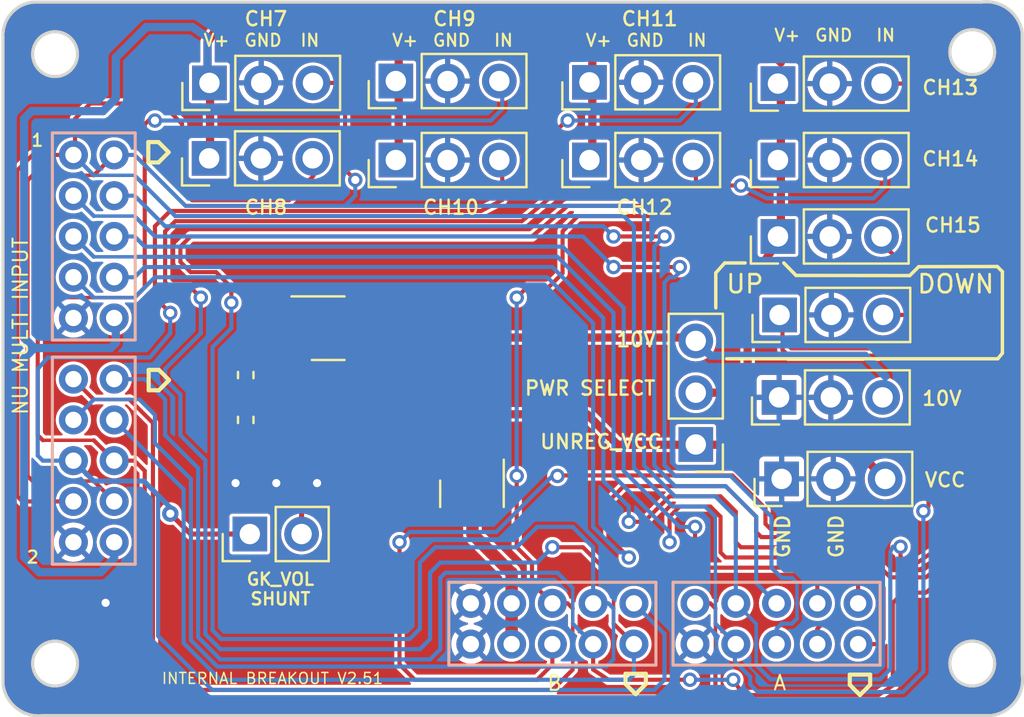
<source format=kicad_pcb>
(kicad_pcb (version 20211014) (generator pcbnew)
  (layers (0 "F.Cu" signal) (31 "B.Cu" signal) (34 "B.Paste" user) (35 "F.Paste" user) (36 "B.SilkS" user "B.Silkscreen") (37 "F.SilkS" user "F.Silkscreen") (38 "B.Mask" user) (39 "F.Mask" user) (44 "Edge.Cuts" user))
  (net 0 "")
  (net 1 "/VCC")
  (net 2 "GND")
  (net 3 "Net-(C4-Pad1)")
  (net 4 "/V+")
  (net 5 "/CH9")
  (net 6 "/CH10")
  (net 7 "/CH7")
  (net 8 "/CH8")
  (net 9 "/CH5")
  (net 10 "/CH6")
  (net 11 "/CH3")
  (net 12 "/CH4")
  (net 13 "/CH1")
  (net 14 "/CH2")
  (net 15 "/CH13")
  (net 16 "/CH14")
  (net 17 "/CH11")
  (net 18 "/CH12")
  (net 19 "/CH15")
  (net 20 "/VIN")
  (net 21 "/+10VA")
  (net 22 "Net-(J18-Pad2)")
  (footprint "Connector_PinHeader_2.54mm:PinHeader_1x03_P2.54mm_Vertical" (layer "F.Cu") (at 142.763 95.2496 90)
    (fp_text reference "J2" hide)
    (fp_text value "MA03-1")
  )
  (footprint "Connector_PinHeader_2.54mm:PinHeader_1x03_P2.54mm_Vertical" (layer "F.Cu") (at 152.263 91.4371 90)
    (fp_text reference "J6" hide)
    (fp_text value "MA03-1")
  )
  (footprint "Connector_PinHeader_2.54mm:PinHeader_1x03_P2.54mm_Vertical" (layer "F.Cu") (at 161.513 95.2496 90)
    (fp_text reference "J7" hide)
    (fp_text value "MA03-1")
  )
  (footprint "Connector_PinHeader_2.54mm:PinHeader_1x03_P2.54mm_Vertical" (layer "F.Cu") (at 161.513 98.9996 90)
    (fp_text reference "J9" hide)
    (fp_text value "MA03-1")
  )
  (footprint "Connector_PinHeader_2.54mm:PinHeader_1x02_P2.54mm_Vertical" (layer "F.Cu") (at 135.6 113.6 90)
    (fp_text reference "J18" hide)
    (fp_text value "Conn_02x01" hide)
  )
  (footprint "Connector_PinHeader_2.54mm:PinHeader_1x03_P2.54mm_Vertical" (layer "F.Cu") (at 157.48 109.205 180)
    (fp_text reference "J14" hide)
    (fp_text value "MA03-1")
  )
  (footprint "internal_breakout:C0603" (layer "F.Cu") (at 147.444616 103.4996 90)
    (fp_text reference "C2" hide)
    (fp_text value "C-EUC0603")
  )
  (footprint "Connector_PinHeader_2.54mm:PinHeader_1x03_P2.54mm_Vertical" (layer "F.Cu") (at 133.604 95.167459 90)
    (property "Value" "MA03-1")
    (fp_text reference "J16" hide)
    (fp_text value "MA03-1")
  )
  (footprint "Resistor_SMD:R_0402_1005Metric" (layer "F.Cu") (at 135.4 105.8 -90)
    (fp_text reference "R1" hide)
    (fp_text value "R_Small" hide)
  )
  (footprint "Package_TO_SOT_SMD:SOT-23-5" (layer "F.Cu") (at 139.444616 103.4996)
    (fp_text reference "U1" hide)
    (fp_text value "LP2985AIM5-3.3")
  )
  (footprint "internal_breakout:C0402" (layer "F.Cu") (at 139.444616 106.4996 180)
    (fp_text reference "C4" hide)
    (fp_text value "C-EUC0402")
  )
  (footprint "Package_TO_SOT_SMD:SOT-23" (layer "F.Cu") (at 146.5 111.6246 -90)
    (fp_text reference "Q1" hide)
    (fp_text value "FDN360P")
  )
  (footprint "Resistor_SMD:R_0402_1005Metric" (layer "F.Cu") (at 135.4 108 -90)
    (fp_text reference "R2" hide)
    (fp_text value "R_Small" hide)
  )
  (footprint "Connector_PinHeader_2.54mm:PinHeader_1x03_P2.54mm_Vertical" (layer "F.Cu") (at 161.513 91.4996 90)
    (fp_text reference "J8" hide)
    (fp_text value "MA03-1")
  )
  (footprint "internal_breakout:C0603" (layer "F.Cu") (at 142.524179 109.474959)
    (property "Value" "C-EUC0603")
    (fp_text reference "C1" hide)
    (fp_text value "C-EUC0603")
  )
  (footprint "Connector_PinHeader_2.54mm:PinHeader_1x03_P2.54mm_Vertical" (layer "F.Cu") (at 152.263 95.2496 90)
    (fp_text reference "J5" hide)
    (fp_text value "MA03-1")
  )
  (footprint "Connector_PinHeader_2.54mm:PinHeader_1x03_P2.54mm_Vertical" (layer "F.Cu") (at 161.567922 106.895397 90)
    (fp_text reference "J12" hide)
    (fp_text value "MA03-1")
  )
  (footprint "Connector_PinHeader_2.54mm:PinHeader_1x03_P2.54mm_Vertical" (layer "F.Cu") (at 133.619 91.466209 90)
    (property "Value" "MA03-1")
    (fp_text reference "J15" hide)
    (fp_text value "MA03-1")
  )
  (footprint "internal_breakout:C0603" (layer "F.Cu") (at 145.444616 103.4996 90)
    (fp_text reference "C3" hide)
    (fp_text value "C-EUC0603")
  )
  (footprint "Connector_PinHeader_2.54mm:PinHeader_1x03_P2.54mm_Vertical" (layer "F.Cu") (at 142.763 91.3746 90)
    (fp_text reference "J1" hide)
    (fp_text value "MA03-1")
  )
  (footprint "Connector_PinHeader_2.54mm:PinHeader_1x03_P2.54mm_Vertical" (layer "F.Cu") (at 161.592563 102.849959 90)
    (property "Value" "MA03-1")
    (fp_text reference "J17" hide)
    (fp_text value "MA03-1")
  )
  (footprint "Connector_PinHeader_2.54mm:PinHeader_1x03_P2.54mm_Vertical" (layer "F.Cu") (at 161.692922 110.895397 90)
    (fp_text reference "J13" hide)
    (fp_text value "MA03-1")
  )
  (footprint "internal_breakout:C0402" (layer "F.Cu") (at 143.944616 105.9996)
    (fp_text reference "C5" hide)
    (fp_text value "C-EUC0402")
  )
  (footprint "internal_breakout:2X5" (layer "B.Cu") (at 127.944616 109.9996 -90)
    (fp_text reference "J4" hide)
    (fp_text value "2X5" hide)
  )
  (footprint "internal_breakout:2X5" (layer "B.Cu") (at 150.444616 117.9996 180)
    (fp_text reference "J11" hide)
    (fp_text value "2X5" hide)
  )
  (footprint "internal_breakout:2X5" (layer "B.Cu") (at 161.444616 117.9996 180)
    (fp_text reference "J10" hide)
    (fp_text value "2X5" hide)
  )
  (footprint "internal_breakout:2X5" (layer "B.Cu") (at 127.944616 98.9996 -90)
    (fp_text reference "J3" hide)
    (fp_text value "2X5" hide)
  )
  (gr_line (start 131.119179 94.368959) (end 130.619179 94.368959) (layer "F.SilkS") (width 0.2032))
  (gr_line (start 172.274179 100.474959) (end 168.41875 100.48125) (layer "F.SilkS") (width 0.17))
  (gr_line (start 172.3 105) (end 172.524179 104.724959) (layer "F.SilkS") (width 0.17))
  (gr_line (start 172.524179 104.724959) (end 172.524179 100.724959) (layer "F.SilkS") (width 0.17))
  (gr_line (start 165.536179 121.497959) (end 166.036179 120.997959) (layer "F.SilkS") (width 0.2032))
  (gr_line (start 155.032179 120.955959) (end 155.032179 120.455959) (layer "F.SilkS") (width 0.2032))
  (gr_line (start 130.619179 95.368959) (end 131.119179 95.368959) (layer "F.SilkS") (width 0.2032))
  (gr_line (start 166.036179 120.997959) (end 166.036179 120.497959) (layer "F.SilkS") (width 0.2032))
  (gr_line (start 167.98125 100.91875) (end 162.4 100.912459) (layer "F.SilkS") (width 0.17))
  (gr_line (start 165.036179 120.497959) (end 165.036179 120.997959) (layer "F.SilkS") (width 0.2032))
  (gr_line (start 130.619179 94.368959) (end 130.619179 95.368959) (layer "F.SilkS") (width 0.2032))
  (gr_line (start 154.532179 121.455959) (end 155.032179 120.955959) (layer "F.SilkS") (width 0.2032))
  (gr_line (start 130.638179 105.545959) (end 130.638179 106.545959) (layer "F.SilkS") (width 0.2032))
  (gr_line (start 131.119179 95.368959) (end 131.619179 94.868959) (layer "F.SilkS") (width 0.2032))
  (gr_line (start 172.524179 100.724959) (end 172.274179 100.474959) (layer "F.SilkS") (width 0.17))
  (gr_line (start 168.41875 100.48125) (end 167.98125 100.91875) (layer "F.SilkS") (width 0.17))
  (gr_line (start 131.619179 94.868959) (end 131.119179 94.368959) (layer "F.SilkS") (width 0.2032))
  (gr_line (start 165.036179 120.997959) (end 165.536179 121.497959) (layer "F.SilkS") (width 0.2032))
  (gr_line (start 158.9 100.3) (end 158.461679 100.787459) (layer "F.SilkS") (width 0.17))
  (gr_line (start 158.461679 100.787459) (end 158.461679 102.5) (layer "F.SilkS") (width 0.17))
  (gr_line (start 130.638179 106.545959) (end 131.138179 106.545959) (layer "F.SilkS") (width 0.2032))
  (gr_line (start 154.032179 120.455959) (end 154.032179 120.955959) (layer "F.SilkS") (width 0.2032))
  (gr_line (start 159 105) (end 172.3 105) (layer "F.SilkS") (width 0.17))
  (gr_line (start 154.032179 120.955959) (end 154.532179 121.455959) (layer "F.SilkS") (width 0.2032))
  (gr_line (start 131.638179 106.045959) (end 131.138179 105.545959) (layer "F.SilkS") (width 0.2032))
  (gr_line (start 159.9 100.3) (end 158.9 100.3) (layer "F.SilkS") (width 0.17))
  (gr_line (start 166.036179 120.497959) (end 165.036179 120.497959) (layer "F.SilkS") (width 0.2032))
  (gr_line (start 162.4 100.912459) (end 161.8 100.3) (layer "F.SilkS") (width 0.17))
  (gr_line (start 131.138179 106.545959) (end 131.638179 106.045959) (layer "F.SilkS") (width 0.2032))
  (gr_line (start 155.032179 120.455959) (end 154.032179 120.455959) (layer "F.SilkS") (width 0.2032))
  (gr_line (start 131.138179 105.545959) (end 130.638179 105.545959) (layer "F.SilkS") (width 0.2032))
  (gr_arc (start 123.494617 89.2536) (mid 123.88218 88.067941) (end 124.994616 87.503601) (layer "Edge.Cuts") (width 0.1524))
  (gr_circle (center 126.044616 90.0536) (end 127.144616 90.0536) (layer "Edge.Cuts") (width 0.1524) (fill none))
  (gr_arc (start 171.494616 87.5036) (mid 172.805277 87.839386) (end 173.494616 89.0036) (layer "Edge.Cuts") (width 0.1524))
  (gr_circle (center 126.044616 119.9536) (end 127.144616 119.9536) (layer "Edge.Cuts") (width 0.1524) (fill none))
  (gr_line (start 125.494616 122.503599) (end 171.994616 122.503599) (layer "Edge.Cuts") (width 0.15))
  (gr_circle (center 171.044616 89.9536) (end 172.144616 89.9536) (layer "Edge.Cuts") (width 0.1524) (fill none))
  (gr_line (start 124.994616 87.5036) (end 171.494616 87.5036) (layer "Edge.Cuts") (width 0.15))
  (gr_line (start 123.494617 121.0036) (end 123.494617 89.2536) (layer "Edge.Cuts") (width 0.15))
  (gr_circle (center 171.044616 119.9536) (end 172.144616 119.9536) (layer "Edge.Cuts") (width 0.1524) (fill none))
  (gr_arc (start 173.494616 120.5036) (mid 173.15883 121.814261) (end 171.994616 122.5036) (layer "Edge.Cuts") (width 0.1524))
  (gr_arc (start 125.494616 122.503599) (mid 124.183957 122.167814) (end 123.494617 121.003602) (layer "Edge.Cuts") (width 0.1524))
  (gr_line (start 173.494616 120.5036) (end 173.494616 89.0036) (layer "Edge.Cuts") (width 0.15))
  (gr_text "CH10" (at 144.024179 97.974959) (layer "F.SilkS") (effects (font (size 0.69088 0.69088) (thickness 0.12192)) (justify left bottom)))
  (gr_text "IN" (at 138.024179 89.724959) (layer "F.SilkS") (effects (font (size 0.595 0.595) (thickness 0.105)) (justify left bottom)))
  (gr_text "PWR SELECT" (at 149.024179 106.849959) (layer "F.SilkS") (effects (font (size 0.69088 0.69088) (thickness 0.12192)) (justify left bottom)))
  (gr_text "CH8" (at 135.274179 97.974959) (layer "F.SilkS") (effects (font (size 0.69088 0.69088) (thickness 0.12192)) (justify left bottom)))
  (gr_text "GND" (at 163.274179 89.474959) (layer "F.SilkS") (effects (font (size 0.595 0.595) (thickness 0.105)) (justify left bottom)))
  (gr_text "CH14" (at 168.524179 95.599959) (layer "F.SilkS") (effects (font (size 0.69088 0.69088) (thickness 0.12192)) (justify left bottom)))
  (gr_text "CH7" (at 135.274179 88.724959) (layer "F.SilkS") (effects (font (size 0.69088 0.69088) (thickness 0.12192)) (justify left bottom)))
  (gr_text "GND" (at 162.149179 114.849959 90) (layer "F.SilkS") (effects (font (size 0.69088 0.69088) (thickness 0.12192)) (justify left bottom)))
  (gr_text "10V" (at 168.524179 107.349959) (layer "F.SilkS") (effects (font (size 0.69088 0.69088) (thickness 0.12192)) (justify left bottom)))
  (gr_text "GND" (at 144.524179 89.724959) (layer "F.SilkS") (effects (font (size 0.595 0.595) (thickness 0.105)) (justify left bottom)))
  (gr_text "V+" (at 142.524179 89.724959) (layer "F.SilkS") (effects (font (size 0.595 0.595) (thickness 0.105)) (justify left bottom)))
  (gr_text "IN" (at 166.274179 89.474959) (layer "F.SilkS") (effects (font (size 0.595 0.595) (thickness 0.105)) (justify left bottom)))
  (gr_text "GND" (at 135.274179 89.724959) (layer "F.SilkS") (effects (font (size 0.595 0.595) (thickness 0.105)) (justify left bottom)))
  (gr_text "B" (at 150.976179 120.501959) (layer "F.SilkS") (effects (font (size 0.715264 0.715264) (thickness 0.097536)) (justify right top)))
  (gr_text "1" (at 124.826179 94.628959) (layer "F.SilkS") (effects (font (size 0.595 0.595) (thickness 0.105)) (justify left bottom)))
  (gr_text "DOWN" (at 168.274179 101.849959) (layer "F.SilkS") (effects (font (size 0.88392 0.88392) (thickness 0.13208)) (justify left bottom)))
  (gr_text "GND" (at 154.024179 89.724959) (layer "F.SilkS") (effects (font (size 0.595 0.595) (thickness 0.105)) (justify left bottom)))
  (gr_text "CH13" (at 168.524179 92.099959) (layer "F.SilkS") (effects (font (size 0.69088 0.69088) (thickness 0.12192)) (justify left bottom)))
  (gr_text "CH12" (at 153.524179 97.974959) (layer "F.SilkS") (effects (font (size 0.69088 0.69088) (thickness 0.12192)) (justify left bottom)))
  (gr_text "CH11" (at 153.774179 88.724959) (layer "F.SilkS") (effects (font (size 0.69088 0.69088) (thickness 0.12192)) (justify left bottom)))
  (gr_text "V+" (at 152.024179 89.724959) (layer "F.SilkS") (effects (font (size 0.595 0.595) (thickness 0.105)) (justify left bottom)))
  (gr_text "VCC" (at 168.649179 111.349959) (layer "F.SilkS") (effects (font (size 0.69088 0.69088) (thickness 0.12192)) (justify left bottom)))
  (gr_text "10V" (at 153.524179 104.474959) (layer "F.SilkS") (effects (font (size 0.69088 0.69088) (thickness 0.12192)) (justify left bottom)))
  (gr_text "UNREG_VCC" (at 149.774179 109.474959) (layer "F.SilkS") (effects (font (size 0.69088 0.69088) (thickness 0.12192)) (justify left bottom)))
  (gr_text "NU MULTI INPUT" (at 124.763179 107.816959 90) (layer "F.SilkS") (effects (font (size 0.715264 0.715264) (thickness 0.097536)) (justify left bottom)))
  (gr_text "V+" (at 133.274179 89.724959) (layer "F.SilkS") (effects (font (size 0.595 0.595) (thickness 0.105)) (justify left bottom)))
  (gr_text "IN" (at 157.024179 89.724959) (layer "F.SilkS") (effects (font (size 0.595 0.595) (thickness 0.105)) (justify left bottom)))
  (gr_text "GND" (at 164.774179 114.849959 90) (layer "F.SilkS") (effects (font (size 0.69088 0.69088) (thickness 0.12192)) (justify left bottom)))
  (gr_text "INTERNAL BREAKOUT V2.51" (at 131.235616 120.996681) (layer "F.SilkS") (effects (font (size 0.536448 0.536448) (thickness 0.073152)) (justify left bottom)))
  (gr_text "A" (at 161.975179 120.479959) (layer "F.SilkS") (effects (font (size 0.715264 0.715264) (thickness 0.097536)) (justify right top)))
  (gr_text "2" (at 124.595179 115.082959) (layer "F.SilkS") (effects (font (size 0.595 0.595) (thickness 0.105)) (justify left bottom)))
  (gr_text "CH9" (at 144.524179 88.724959) (layer "F.SilkS") (effects (font (size 0.69088 0.69088) (thickness 0.12192)) (justify left bottom)))
  (gr_text "CH15" (at 168.649179 98.849959) (layer "F.SilkS") (effects (font (size 0.69088 0.69088) (thickness 0.12192)) (justify left bottom)))
  (gr_text "V+" (at 161.274179 89.474959) (layer "F.SilkS") (effects (font (size 0.595 0.595) (thickness 0.105)) (justify left bottom)))
  (gr_text "UP" (at 158.899179 101.849959) (layer "F.SilkS") (effects (font (size 0.88392 0.88392) (thickness 0.13208)) (justify left bottom)))
  (gr_text "IN" (at 147.524179 89.724959) (layer "F.SilkS") (effects (font (size 0.595 0.595) (thickness 0.105)) (justify left bottom)))
  (gr_text "GK_VOL\nSHUNT" (at 137.1 116.3) (layer "F.SilkS") (effects (font (size 0.6 0.6) (thickness 0.12))))
  (segment (start 137.194616 104.7496) (end 137.444616 104.4996) (width 0.6096) (layer "F.Cu") (net 1))
  (segment (start 144.274179 111.474959) (end 141.849179 111.474959) (width 0.6096) (layer "F.Cu") (net 1))
  (segment (start 136.794616 104.3496) (end 137.194616 104.7496) (width 0.6096) (layer "F.Cu") (net 1))
  (segment (start 152.149179 107.724959) (end 142.149179 107.724959) (width 0.4064) (layer "F.Cu") (net 1))
  (segment (start 136.444616 102.9996) (end 136.444616 103.9996) (width 0.4064) (layer "F.Cu") (net 1))
  (segment (start 137.444616 108.520397) (end 138.399179 109.474959) (width 0.6096) (layer "F.Cu") (net 1))
  (segment (start 141.849179 111.474959) (end 141.849179 109.649959) (width 0.6096) (layer "F.Cu") (net 1))
  (segment (start 138.399179 109.474959) (end 141.674179 109.474959) (width 0.6096) (layer "F.Cu") (net 1))
  (segment (start 137.444616 108.4996) (end 136.944616 107.9996) (width 0.6096) (layer "F.Cu") (net 1))
  (segment (start 136.944616 104.9996) (end 137.194616 104.7496) (width 0.6096) (layer "F.Cu") (net 1))
  (segment (start 157.465 109.22) (end 153.64422 109.22) (width 0.4064) (layer "F.Cu") (net 1))
  (segment (start 136.894616 102.5496) (end 136.444616 102.9996) (width 0.4064) (layer "F.Cu") (net 1))
  (segment (start 165.097525 109.22) (end 157.495 109.22) (width 0.4064) (layer "F.Cu") (net 1))
  (segment (start 145.224538 110.5246) (end 144.274179 111.474959) (width 0.6096) (layer "F.Cu") (net 1))
  (segment (start 136.944616 107.9996) (end 136.944616 104.9996) (width 0.6096) (layer "F.Cu") (net 1))
  (segment (start 145.494616 110.5246) (end 145.224538 110.5246) (width 0.6096) (layer "F.Cu") (net 1))
  (segment (start 138.144616 102.5496) (end 136.894616 102.5496) (width 0.4064) (layer "F.Cu") (net 1))
  (segment (start 153.64422 109.22) (end 152.149179 107.724959) (width 0.4064) (layer "F.Cu") (net 1))
  (segment (start 166.772922 110.895397) (end 165.097525 109.22) (width 0.4064) (layer "F.Cu") (net 1))
  (segment (start 137.444616 104.4996) (end 138.094616 104.4996) (width 0.6096) (layer "F.Cu") (net 1))
  (segment (start 142.149179 107.724959) (end 141.649179 108.224959) (width 0.4064) (layer "F.Cu") (net 1))
  (segment (start 138.094616 104.4996) (end 138.144616 104.4496) (width 0.6096) (layer "F.Cu") (net 1))
  (segment (start 136.444616 103.9996) (end 136.794616 104.3496) (width 0.4064) (layer "F.Cu") (net 1))
  (segment (start 137.444616 108.4996) (end 137.444616 108.520397) (width 0.6096) (layer "F.Cu") (net 1))
  (segment (start 141.649179 108.224959) (end 141.649179 109.449959) (width 0.4064) (layer "F.Cu") (net 1))
  (segment (start 139.444616 105.4996) (end 139.444616 103.9996) (width 0.4064) (layer "F.Cu") (net 2))
  (segment (start 138.944616 103.4996) (end 138.144616 103.4996) (width 0.4064) (layer "F.Cu") (net 2))
  (segment (start 138.794616 106.4996) (end 138.794616 106.1496) (width 0.4064) (layer "F.Cu") (net 2))
  (segment (start 139.444616 103.9996) (end 138.944616 103.4996) (width 0.4064) (layer "F.Cu") (net 2))
  (segment (start 138.794616 106.1496) (end 139.444616 105.4996) (width 0.4064) (layer "F.Cu") (net 2))
  (via (at 138.899179 111.099959) (size 0.7048) (drill 0.4) (layers "F.Cu" "B.Cu") (net 2))
  (via (at 134.899179 111.099959) (size 0.7048) (drill 0.4) (layers "F.Cu" "B.Cu") (net 2))
  (via (at 128.524179 116.974959) (size 0.7048) (drill 0.4) (layers "F.Cu" "B.Cu") (net 2))
  (via (at 136.899179 111.099959) (size 0.7048) (drill 0.4) (layers "F.Cu" "B.Cu") (net 2))
  (segment (start 140.744616 105.8496) (end 140.094616 106.4996) (width 0.4064) (layer "F.Cu") (net 3))
  (segment (start 140.744616 104.4496) (end 140.744616 105.8496) (width 0.4064) (layer "F.Cu") (net 3))
  (segment (start 134.024179 88.724959) (end 133.524179 89.474959) (width 0.4064) (layer "F.Cu") (net 4))
  (segment (start 152.404616 89.619163) (end 153.524179 88.7496) (width 0.4064) (layer "F.Cu") (net 4))
  (segment (start 160.694616 100.4596) (end 161.654616 98.9996) (width 0.4064) (layer "F.Cu") (net 4))
  (segment (start 160.024179 105.474959) (end 160.024179 101.099959) (width 0.4064) (layer "F.Cu") (net 4))
  (segment (start 142.274179 88.724959) (end 134.024179 88.724959) (width 0.4064) (layer "F.Cu") (net 4))
  (segment (start 161.654616 98.9996) (end 161.654616 91.4996) (width 0.4064) (layer "F.Cu") (net 4))
  (segment (start 157.48 106.665) (end 158.834138 106.665) (width 0.4064) (layer "F.Cu") (net 4))
  (segment (start 153.524179 88.7496) (end 143.694616 88.7496) (width 0.4064) (layer "F.Cu") (net 4))
  (segment (start 142.904616 95.2496) (end 142.904616 91.3746) (width 0.4064) (layer "F.Cu") (net 4))
  (segment (start 142.904616 89.2896) (end 142.904616 91.3746) (width 0.4064) (layer "F.Cu") (net 4))
  (segment (start 152.404616 91.4371) (end 152.404616 95.2496) (width 0.4064) (layer "F.Cu") (net 4))
  (segment (start 152.404616 91.4371) (end 152.404616 89.619163) (width 0.4064) (layer "F.Cu") (net 4))
  (segment (start 160.024179 101.099959) (end 160.694616 100.4596) (width 0.4064) (layer "F.Cu") (net 4))
  (segment (start 142.904616 89.355397) (end 142.274179 88.724959) (width 0.4064) (layer "F.Cu") (net 4))
  (segment (start 161.654616 90.4596) (end 159.944616 88.7496) (width 0.4064) (layer "F.Cu") (net 4))
  (segment (start 158.834138 106.665) (end 160.024179 105.474959) (width 0.4064) (layer "F.Cu") (net 4))
  (segment (start 133.649179 91.466209) (end 133.649179 95.167459) (width 0.4064) (layer "F.Cu") (net 4))
  (segment (start 142.904616 89.2896) (end 143.694616 88.7496) (width 0.4064) (layer "F.Cu") (net 4))
  (segment (start 159.944616 88.7496) (end 153.524179 88.7496) (width 0.4064) (layer "F.Cu") (net 4))
  (segment (start 133.524179 89.474959) (end 133.524179 91.341209) (width 0.4064) (layer "F.Cu") (net 4))
  (segment (start 133.524179 89.224959) (end 133.524179 91.341209) (width 0.4064) (layer "B.Cu") (net 4))
  (segment (start 125.274179 115.474959) (end 124.524179 114.724959) (width 0.4064) (layer "B.Cu") (net 4))
  (segment (start 128.774179 104.474959) (end 129.024179 104.224959) (width 0.4064) (layer "B.Cu") (net 4))
  (segment (start 124.524179 104.974959) (end 125.024179 104.474959) (width 0.4064) (layer "B.Cu") (net 4))
  (segment (start 128.944616 114.804522) (end 128.274179 115.474959) (width 0.4064) (layer "B.Cu") (net 4))
  (segment (start 128.399179 92.849959) (end 129.024179 92.224959) (width 0.4064) (layer "B.Cu") (net 4))
  (segment (start 129.024179 104.224959) (end 129.024179 103.079163) (width 0.4064) (layer "B.Cu") (net 4))
  (segment (start 132.774179 88.724959) (end 133.524179 89.224959) (width 0.4064) (layer "B.Cu") (net 4))
  (segment (start 128.944616 113.9996) (end 128.944616 114.804522) (width 0.4064) (layer "B.Cu") (net 4))
  (segment (start 130.524179 88.724959) (end 132.774179 88.724959) (width 0.4064) (layer "B.Cu") (net 4))
  (segment (start 125.024179 104.474959) (end 128.774179 104.474959) (width 0.4064) (layer "B.Cu") (net 4))
  (segment (start 128.399179 92.849959) (end 124.899179 92.849959) (width 0.4064) (layer "B.Cu") (net 4))
  (segment (start 124.899179 92.849959) (end 124.524179 93.224959) (width 0.4064) (layer "B.Cu") (net 4))
  (segment (start 124.524179 93.224959) (end 124.524179 103.974959) (width 0.4064) (layer "B.Cu") (net 4))
  (segment (start 128.274179 115.474959) (end 125.274179 115.474959) (width 0.4064) (layer "B.Cu") (net 4))
  (segment (start 124.524179 114.724959) (end 124.524179 104.974959) (width 0.4064) (layer "B.Cu") (net 4))
  (segment (start 124.524179 103.974959) (end 125.024179 104.474959) (width 0.4064) (layer "B.Cu") (net 4))
  (segment (start 129.024179 92.224959) (end 129.024179 90.224959) (width 0.4064) (layer "B.Cu") (net 4))
  (segment (start 129.024179 90.224959) (end 130.524179 88.724959) (width 0.4064) (layer "B.Cu") (net 4))
  (segment (start 125.194616 108.7496) (end 125.444616 108.9996) (width 0.2032) (layer "F.Cu") (net 5))
  (segment (start 126.444616 101.9996) (end 125.194616 103.2496) (width 0.2032) (layer "F.Cu") (net 5))
  (segment (start 129.944616 109.9996) (end 130.444616 110.4996) (width 0.2032) (layer "F.Cu") (net 5))
  (segment (start 125.444616 108.9996) (end 127.944616 108.9996) (width 0.17) (layer "F.Cu") (net 5))
  (segment (start 130.694616 93.2496) (end 130.444616 93.4996) (width 0.2032) (layer "F.Cu") (net 5))
  (segment (start 131.469257 121.724959) (end 131.444616 121.7496) (width 0.2032) (layer "F.Cu") (net 5))
  (segment (start 129.944616 101.9996) (end 126.444616 101.9996) (width 0.17) (layer "F.Cu") (net 5))
  (segment (start 130.944616 93.3121) (end 130.694616 93.2496) (width 0.2032) (layer "F.Cu") (net 5))
  (segment (start 130.444616 93.4996) (end 130.444616 101.4996) (width 0.2032) (layer "F.Cu") (net 5))
  (segment (start 128.944616 109.9996) (end 129.944616 109.9996) (width 0.2032) (layer "F.Cu") (net 5))
  (segment (start 130.444616 110.4996) (end 130.444616 120.7496) (width 0.2032) (layer "F.Cu") (net 5))
  (segment (start 125.194616 103.2496) (end 125.194616 108.7496) (width 0.2032) (layer "F.Cu") (net 5))
  (segment (start 158.024179 121.724959) (end 131.469257 121.724959) (width 0.2032) (layer "F.Cu") (net 5))
  (segment (start 158.444616 121.304522) (end 158.024179 121.724959) (width 0.2032) (layer "F.Cu") (net 5))
  (segment (start 158.194616 116.9996) (end 157.444616 116.9996) (width 0.2032) (layer "F.Cu") (net 5))
  (segment (start 158.444616 119.9996) (end 158.444616 117.2496) (width 0.17) (layer "F.Cu") (net 5))
  (segment (start 127.944616 108.9996) (end 128.944616 109.9996) (width 0.2032) (layer "F.Cu") (net 5))
  (segment (start 158.444616 117.2496) (end 158.194616 116.9996) (width 0.2032) (layer "F.Cu") (net 5))
  (segment (start 130.444616 120.7496) (end 131.444616 121.7496) (width 0.2032) (layer "F.Cu") (net 5))
  (segment (start 158.444616 119.9996) (end 158.444616 121.304522) (width 0.2032) (layer "F.Cu") (net 5))
  (segment (start 130.444616 101.4996) (end 129.944616 101.9996) (width 0.2032) (layer "F.Cu") (net 5))
  (via (at 130.944616 93.3121) (size 0.7048) (drill 0.4) (layers "F.Cu" "B.Cu") (net 5))
  (segment (start 147.424512 93.3121) (end 130.944616 93.3121) (width 0.2032) (layer "B.Cu") (net 5))
  (segment (start 147.984616 91.3746) (end 147.984616 92.751996) (width 0.2032) (layer "B.Cu") (net 5))
  (segment (start 147.984616 92.751996) (end 147.424512 93.3121) (width 0.2032) (layer "B.Cu") (net 5))
  (segment (start 146.944616 97.7496) (end 131.694616 97.7496) (width 0.2032) (layer "F.Cu") (net 6))
  (segment (start 135.6 113.6) (end 132.7 113.6) (width 0.25) (layer "F.Cu") (net 6))
  (segment (start 147.984616 95.2496) (end 147.984616 97.2096) (width 0.2032) (layer "F.Cu") (net 6))
  (segment (start 130.944616 101.9996) (end 131.694616 102.7496) (width 0.2032) (layer "F.Cu") (net 6))
  (segment (start 147.984616 97.2096) (end 146.944616 97.7496) (width 0.2032) (layer "F.Cu") (net 6))
  (segment (start 130.944616 98.4996) (end 130.944616 101.9996) (width 0.2032) (layer "F.Cu") (net 6))
  (segment (start 132.7 113.6) (end 131.7 112.6) (width 0.25) (layer "F.Cu") (net 6))
  (segment (start 131.694616 97.7496) (end 130.944616 98.4996) (width 0.2032) (layer "F.Cu") (net 6))
  (via (at 131.7 112.6) (size 0.8) (drill 0.4) (layers "F.Cu" "B.Cu") (net 6))
  (via (at 131.694616 102.7496) (size 0.7048) (drill 0.4) (layers "F.Cu" "B.Cu") (net 6))
  (segment (start 154.444616 116.9996) (end 155.944616 118.4996) (width 0.2032) (layer "B.Cu") (net 6))
  (segment (start 126.944616 109.9996) (end 127.944616 110.9996) (width 0.25) (layer "B.Cu") (net 6))
  (segment (start 125.694616 104.93585) (end 125.194616 105.4996) (width 0.2032) (layer "B.Cu") (net 6))
  (segment (start 125.194616 109.7496) (end 125.444616 109.9996) (width 0.2032) (layer "B.Cu") (net 6))
  (segment (start 133.7496 121.2496) (end 131.1 118.6) (width 0.2032) (layer "B.Cu") (net 6))
  (segment (start 130.3996 110.9996) (end 130.9 111.5) (width 0.25) (layer "B.Cu") (net 6))
  (segment (start 131.1 111.7) (end 130.9 111.5) (width 0.2032) (layer "B.Cu") (net 6))
  (segment (start 131.7 112.6) (end 131.7 112.3) (width 0.25) (layer "B.Cu") (net 6))
  (segment (start 125.444616 109.9996) (end 126.944616 109.9996) (width 0.2032) (layer "B.Cu") (net 6))
  (segment (start 131.694616 102.7496) (end 131.694616 103.7496) (width 0.2032) (layer "B.Cu") (net 6))
  (segment (start 131.7 112.3) (end 130.9 111.5) (width 0.25) (layer "B.Cu") (net 6))
  (segment (start 155.944616 118.4996) (end 155.944616 120.7496) (width 0.2032) (layer "B.Cu") (net 6))
  (segment (start 131.694616 103.7496) (end 130.694616 104.93585) (width 0.2032) (layer "B.Cu") (net 6))
  (segment (start 131.1 118.6) (end 131.1 111.7) (width 0.2032) (layer "B.Cu") (net 6))
  (segment (start 155.944616 120.7496) (end 155.444616 121.2496) (width 0.2032) (layer "B.Cu") (net 6))
  (segment (start 125.194616 105.4996) (end 125.194616 109.7496) (width 0.2032) (layer "B.Cu") (net 6))
  (segment (start 155.444616 121.2496) (end 133.7496 121.2496) (width 0.2032) (layer "B.Cu") (net 6))
  (segment (start 127.944616 110.9996) (end 130.3996 110.9996) (width 0.25) (layer "B.Cu") (net 6))
  (segment (start 130.694616 104.93585) (end 125.694616 104.93585) (width 0.2032) (layer "B.Cu") (net 6))
  (segment (start 127.944616 110.9996) (end 124.944616 110.9996) (width 0.17) (layer "F.Cu") (net 7))
  (segment (start 168.399179 102.849959) (end 169.649179 104.224959) (width 0.2032) (layer "F.Cu") (net 7))
  (segment (start 124.694616 96.2496) (end 124.944616 95.9996) (width 0.2032) (layer "F.Cu") (net 7))
  (segment (start 127.944616 95.9996) (end 128.944616 94.9996) (width 0.2032) (layer "F.Cu") (net 7))
  (segment (start 124.944616 95.9996) (end 127.944616 95.9996) (width 0.17) (layer "F.Cu") (net 7))
  (segment (start 138.729179 91.466209) (end 139.765429 91.466209) (width 0.2032) (layer "F.Cu") (net 7))
  (segment (start 169.649179 114.099959) (end 168.399179 114.974959) (width 0.2032) (layer "F.Cu") (net 7))
  (segment (start 167.774179 114.974959) (end 167.524179 114.724959) (width 0.2032) (layer "F.Cu") (net 7))
  (segment (start 140.274179 91.974959) (end 140.274179 95.724959) (width 0.2032) (layer "F.Cu") (net 7))
  (segment (start 124.694616 110.7496) (end 124.694616 96.2496) (width 0.2032) (layer "F.Cu") (net 7))
  (segment (start 139.765429 91.466209) (end 140.274179 91.974959) (width 0.2032) (layer "F.Cu") (net 7))
  (segment (start 166.814179 102.849959) (end 168.399179 102.849959) (width 0.2032) (layer "F.Cu") (net 7))
  (segment (start 168.399179 114.974959) (end 167.774179 114.974959) (width 0.2032) (layer "F.Cu") (net 7))
  (segment (start 140.274179 95.724959) (end 140.774179 96.224959) (width 0.2032) (layer "F.Cu") (net 7))
  (segment (start 169.649179 104.224959) (end 169.649179 114.099959) (width 0.2032) (layer "F.Cu") (net 7))
  (segment (start 128.944616 111.9996) (end 127.944616 110.9996) (width 0.2032) (layer "F.Cu") (net 7))
  (segment (start 124.944616 110.9996) (end 124.694616 110.7496) (width 0.2032) (layer "F.Cu") (net 7))
  (segment (start 167.524179 114.724959) (end 167.524179 114.224959) (width 0.2032) (layer "F.Cu") (net 7))
  (via (at 140.774179 96.224959) (size 0.7048) (drill 0.4) (layers "F.Cu" "B.Cu") (net 7))
  (via (at 167.524179 114.224959) (size 0.7048) (drill 0.4) (layers "F.Cu" "B.Cu") (net 7))
  (segment (start 128.944616 94.9996) (end 129.944616 94.9996) (width 0.2032) (layer "B.Cu") (net 7))
  (segment (start 158.444616 111.7496) (end 159.444616 112.7496) (width 0.2032) (layer "B.Cu") (net 7))
  (segment (start 140.774179 96.9996) (end 140.274179 97.4996) (width 0.2032) (layer "B.Cu") (net 7))
  (segment (start 160.444679 120.022459) (end 160.444679 118.001663) (width 0.17) (layer "B.Cu") (net 7))
  (segment (start 161.149179 120.724959) (end 160.444679 120.022459) (width 0.2032) (layer "B.Cu") (net 7))
  (segment (start 154.944616 110.234818) (end 156.459398 111.7496) (width 0.2032) (layer "B.Cu") (net 7))
  (segment (start 154.944616 97.9996) (end 154.944616 110.234818) (width 0.2032) (layer "B.Cu") (net 7))
  (segment (start 154.444616 97.4996) (end 154.944616 97.9996) (width 0.2032) (layer "B.Cu") (net 7))
  (segment (start 140.274179 97.4996) (end 154.444616 97.4996) (width 0.2032) (layer "B.Cu") (net 7))
  (segment (start 159.444616 112.7496) (end 159.444616 116.9996) (width 0.2032) (layer "B.Cu") (net 7))
  (segment (start 132.444616 97.4996) (end 140.274179 97.4996) (width 0.2032) (layer "B.Cu") (net 7))
  (segment (start 140.774179 96.224959) (end 140.774179 96.9996) (width 0.2032) (layer "B.Cu") (net 7))
  (segment (start 167.024179 114.474959) (end 167.024179 120.224959) (width 0.2032) (layer "B.Cu") (net 7))
  (segment (start 167.024179 120.224959) (end 166.524179 120.724959) (width 0.2032) (layer "B.Cu") (net 7))
  (segment (start 166.524179 120.724959) (end 161.149179 120.724959) (width 0.2032) (layer "B.Cu") (net 7))
  (segment (start 156.459398 111.7496) (end 158.444616 111.7496) (width 0.2032) (layer "B.Cu") (net 7))
  (segment (start 160.444679 118.001663) (end 159.444616 116.9996) (width 0.17) (layer "B.Cu") (net 7))
  (segment (start 167.149179 114.224959) (end 167.024179 114.474959) (width 0.2032) (layer "B.Cu") (net 7))
  (segment (start 167.524179 114.224959) (end 167.149179 114.224959) (width 0.2032) (layer "B.Cu") (net 7))
  (segment (start 129.944616 94.9996) (end 132.444616 97.4996) (width 0.2032) (layer "B.Cu") (net 7))
  (segment (start 137.524179 97.224959) (end 132.774179 97.224959) (width 0.2032) (layer "F.Cu") (net 8))
  (segment (start 161.734179 102.849959) (end 161.734179 104.559959) (width 0.2032) (layer "F.Cu") (net 8))
  (segment (start 131.274179 92.474959) (end 127.774179 92.474959) (width 0.2032) (layer "F.Cu") (net 8))
  (segment (start 127.774179 92.474959) (end 127.024179 93.224959) (width 0.2032) (layer "F.Cu") (net 8))
  (segment (start 168.899179 112.224959) (end 168.649179 112.474959) (width 0.2032) (layer "F.Cu") (net 8))
  (segment (start 132.774179 97.224959) (end 132.274179 96.724959) (width 0.2032) (layer "F.Cu") (net 8))
  (segment (start 126.944616 111.9996) (end 124.444616 111.9996) (width 0.2032) (layer "F.Cu") (net 8))
  (segment (start 127.024179 93.224959) (end 127.024179 94.920038) (width 0.2032) (layer "F.Cu") (net 8))
  (segment (start 162.024179 104.849959) (end 168.399179 104.849959) (width 0.2032) (layer "F.Cu") (net 8))
  (segment (start 124.944616 94.9996) (end 126.944616 94.9996) (width 0.2032) (layer "F.Cu") (net 8))
  (segment (start 124.444616 111.9996) (end 124.194616 111.7496) (width 0.2032) (layer "F.Cu") (net 8))
  (segment (start 161.734179 104.559959) (end 162.024179 104.849959) (width 0.2032) (layer "F.Cu") (net 8))
  (segment (start 132.274179 96.724959) (end 132.274179 93.474959) (width 0.2032) (layer "F.Cu") (net 8))
  (segment (start 124.194616 111.7496) (end 124.194616 95.7496) (width 0.2032) (layer "F.Cu") (net 8))
  (segment (start 124.194616 95.7496) (end 124.944616 94.9996) (width 0.2032) (layer "F.Cu") (net 8))
  (segment (start 168.399179 104.849959) (end 168.899179 105.349959) (width 0.2032) (layer "F.Cu") (net 8))
  (segment (start 138.729179 96.019959) (end 137.524179 97.224959) (width 0.2032) (layer "F.Cu") (net 8))
  (segment (start 168.899179 105.349959) (end 168.899179 112.224959) (width 0.2032) (layer "F.Cu") (net 8))
  (segment (start 132.274179 93.474959) (end 131.274179 92.474959) (width 0.2032) (layer "F.Cu") (net 8))
  (via (at 168.649179 112.474959) (size 0.7048) (drill 0.4) (layers "F.Cu" "B.Cu") (net 8))
  (segment (start 167.649179 121.349959) (end 160.524179 121.349959) (width 0.2032) (layer "B.Cu") (net 8))
  (segment (start 154.444616 98.4996) (end 154.444616 110.345862) (width 0.2032) (layer "B.Cu") (net 8))
  (segment (start 156.348354 112.2496) (end 157.944616 112.2496) (width 0.2032) (layer "B.Cu") (net 8))
  (segment (start 168.649179 112.474959) (end 168.649179 120.349959) (width 0.2032) (layer "B.Cu") (net 8))
  (segment (start 168.649179 120.349959) (end 167.649179 121.349959) (width 0.2032) (layer "B.Cu") (net 8))
  (segment (start 158.444616 112.7496) (end 158.444616 117.9996) (width 0.17) (layer "B.Cu") (net 8))
  (segment (start 158.444616 117.9996) (end 159.444616 118.9996) (width 0.2032) (layer "B.Cu") (net 8))
  (segment (start 160.149179 120.599959) (end 159.399179 119.849959) (width 0.2032) (layer "B.Cu") (net 8))
  (segment (start 127.944616 95.9996) (end 129.944616 95.9996) (width 0.17) (layer "B.Cu") (net 8))
  (segment (start 160.149179 120.974959) (end 160.149179 120.599959) (width 0.2032) (layer "B.Cu") (net 8))
  (segment (start 129.944616 95.9996) (end 131.944616 97.9996) (width 0.2032) (layer "B.Cu") (net 8))
  (segment (start 153.944616 97.9996) (end 154.444616 98.4996) (width 0.2032) (layer "B.Cu") (net 8))
  (segment (start 160.524179 121.349959) (end 160.149179 120.974959) (width 0.2032) (layer "B.Cu") (net 8))
  (segment (start 159.399179 119.849959) (end 159.399179 119.045038) (width 0.2032) (layer "B.Cu") (net 8))
  (segment (start 154.444616 110.345862) (end 156.348354 112.2496) (width 0.2032) (layer "B.Cu") (net 8))
  (segment (start 131.944616 97.9996) (end 153.944616 97.9996) (width 0.2032) (layer "B.Cu") (net 8))
  (segment (start 157.944616 112.2496) (end 158.444616 112.7496) (width 0.2032) (layer "B.Cu") (net 8))
  (segment (start 126.944616 94.9996) (end 127.944616 95.9996) (width 0.2032) (layer "B.Cu") (net 8))
  (segment (start 153.444616 98.9996) (end 155.944616 98.9996) (width 0.2032) (layer "F.Cu") (net 9))
  (via (at 155.944616 98.9996) (size 0.7048) (drill 0.4) (layers "F.Cu" "B.Cu") (net 9))
  (via (at 153.444616 98.9996) (size 0.7048) (drill 0.4) (layers "F.Cu" "B.Cu") (net 9))
  (segment (start 131.444616 98.4996) (end 152.944616 98.4996) (width 0.2032) (layer "B.Cu") (net 9))
  (segment (start 155.444616 99.4996) (end 155.444616 110.232616) (width 0.2032) (layer "B.Cu") (net 9))
  (segment (start 155.444616 110.232616) (end 156.4616 111.2496) (width 0.2032) (layer "B.Cu") (net 9))
  (segment (start 156.4616 111.2496) (end 158.944616 111.2496) (width 0.2032) (layer "B.Cu") (net 9))
  (segment (start 152.944616 98.4996) (end 153.444616 98.9996) (width 0.2032) (layer "B.Cu") (net 9))
  (segment (start 160.444616 115.9996) (end 161.444616 116.9996) (width 0.2032) (layer "B.Cu") (net 9))
  (segment (start 129.944616 96.9996) (end 131.444616 98.4996) (width 0.2032) (layer "B.Cu") (net 9))
  (segment (start 128.944616 96.9996) (end 129.944616 96.9996) (width 0.2032) (layer "B.Cu") (net 9))
  (segment (start 155.944616 98.9996) (end 155.444616 99.4996) (width 0.2032) (layer "B.Cu") (net 9))
  (segment (start 158.944616 111.2496) (end 160.444616 112.7496) (width 0.2032) (layer "B.Cu") (net 9))
  (segment (start 160.444616 112.7496) (end 160.444616 115.9996) (width 0.2032) (layer "B.Cu") (net 9))
  (segment (start 153.444616 100.4996) (end 156.694616 100.4996) (width 0.2032) (layer "F.Cu") (net 10))
  (via (at 153.444616 100.4996) (size 0.7048) (drill 0.4) (layers "F.Cu" "B.Cu") (net 10))
  (via (at 156.694616 100.4996) (size 0.7048) (drill 0.4) (layers "F.Cu" "B.Cu") (net 10))
  (segment (start 151.944616 98.9996) (end 153.444616 100.4996) (width 0.2032) (layer "B.Cu") (net 10))
  (segment (start 159.194616 110.7496) (end 161.194616 112.7496) (width 0.2032) (layer "B.Cu") (net 10))
  (segment (start 161.194616 115.2496) (end 161.694616 115.7496) (width 0.2032) (layer "B.Cu") (net 10))
  (segment (start 162.444616 117.7496) (end 162.194616 117.9996) (width 0.2032) (layer "B.Cu") (net 10))
  (segment (start 156.444616 100.9996) (end 156.194616 100.9996) (width 0.2032) (layer "B.Cu") (net 10))
  (segment (start 156.194616 100.9996) (end 155.944616 101.2496) (width 0.2032) (layer "B.Cu") (net 10))
  (segment (start 162.444616 115.9996) (end 162.444616 117.7496) (width 0.17) (layer "B.Cu") (net 10))
  (segment (start 161.444616 118.2496) (end 161.444616 118.9996) (width 0.2032) (layer "B.Cu") (net 10))
  (segment (start 161.694616 115.7496) (end 162.194616 115.7496) (width 0.2032) (layer "B.Cu") (net 10))
  (segment (start 162.194616 117.9996) (end 161.694616 117.9996) (width 0.2032) (layer "B.Cu") (net 10))
  (segment (start 129.944616 97.9996) (end 130.944616 98.9996) (width 0.2032) (layer "B.Cu") (net 10))
  (segment (start 155.944616 101.2496) (end 155.944616 110.224616) (width 0.2032) (layer "B.Cu") (net 10))
  (segment (start 126.944616 96.9996) (end 127.944616 97.9996) (width 0.2032) (layer "B.Cu") (net 10))
  (segment (start 156.694616 100.4996) (end 156.694616 100.7496) (width 0.2032) (layer "B.Cu") (net 10))
  (segment (start 162.194616 115.7496) (end 162.444616 115.9996) (width 0.2032) (layer "B.Cu") (net 10))
  (segment (start 130.944616 98.9996) (end 151.944616 98.9996) (width 0.2032) (layer "B.Cu") (net 10))
  (segment (start 156.4696 110.7496) (end 159.194616 110.7496) (width 0.2032) (layer "B.Cu") (net 10))
  (segment (start 127.944616 97.9996) (end 129.944616 97.9996) (width 0.17) (layer "B.Cu") (net 10))
  (segment (start 161.694616 117.9996) (end 161.444616 118.2496) (width 0.2032) (layer "B.Cu") (net 10))
  (segment (start 156.694616 100.7496) (end 156.444616 100.9996) (width 0.2032) (layer "B.Cu") (net 10))
  (segment (start 155.944616 110.224616) (end 156.4696 110.7496) (width 0.2032) (layer "B.Cu") (net 10))
  (segment (start 161.194616 112.7496) (end 161.194616 115.2496) (width 0.2032) (layer "B.Cu") (net 10))
  (segment (start 162.694616 115.2496) (end 163.444616 115.9996) (width 0.2032) (layer "F.Cu") (net 11))
  (segment (start 157.444616 113.2496) (end 157.444616 114.7496) (width 0.2032) (layer "F.Cu") (net 11))
  (segment (start 157.944616 115.2496) (end 162.694616 115.2496) (width 0.2032) (layer "F.Cu") (net 11))
  (segment (start 157.444616 114.7496) (end 157.944616 115.2496) (width 0.2032) (layer "F.Cu") (net 11))
  (segment (start 163.444616 115.9996) (end 163.444616 116.9996) (width 0.2032) (layer "F.Cu") (net 11))
  (via (at 157.444616 113.2496) (size 0.7048) (drill 0.4) (layers "F.Cu" "B.Cu") (net 11))
  (segment (start 150.944616 99.4996) (end 153.944616 102.4996) (width 0.2032) (layer "B.Cu") (net 11))
  (segment (start 128.944616 98.9996) (end 129.950404 98.9996) (width 0.2032) (layer "B.Cu") (net 11))
  (segment (start 153.944616 102.4996) (end 153.944616 110.4996) (width 0.2032) (layer "B.Cu") (net 11))
  (segment (start 129.950404 98.9996) (end 130.450404 99.4996) (width 0.2032) (layer "B.Cu") (net 11))
  (segment (start 156.694616 113.2496) (end 157.444616 113.2496) (width 0.2032) (layer "B.Cu") (net 11))
  (segment (start 130.450404 99.4996) (end 150.944616 99.4996) (width 0.2032) (layer "B.Cu") (net 11))
  (segment (start 153.944616 110.4996) (end 156.694616 113.2496) (width 0.2032) (layer "B.Cu") (net 11))
  (segment (start 164.444616 115.7496) (end 164.444616 117.7496) (width 0.17) (layer "F.Cu") (net 12))
  (segment (start 158.694616 112.7496) (end 158.694616 114.4996) (width 0.2032) (layer "F.Cu") (net 12))
  (segment (start 158.194616 112.2496) (end 158.694616 112.7496) (width 0.2032) (layer "F.Cu") (net 12))
  (segment (start 156.194616 112.7496) (end 156.694616 112.2496) (width 0.2032) (layer "F.Cu") (net 12))
  (segment (start 164.444616 117.7496) (end 164.194616 117.9996) (width 0.2032) (layer "F.Cu") (net 12))
  (segment (start 163.694616 117.9996) (end 163.444616 118.2496) (width 0.2032) (layer "F.Cu") (net 12))
  (segment (start 158.944616 114.7496) (end 163.444616 114.7496) (width 0.2032) (layer "F.Cu") (net 12))
  (segment (start 158.694616 114.4996) (end 158.944616 114.7496) (width 0.2032) (layer "F.Cu") (net 12))
  (segment (start 156.694616 112.2496) (end 158.194616 112.2496) (width 0.2032) (layer "F.Cu") (net 12))
  (segment (start 156.194616 113.9996) (end 156.194616 112.7496) (width 0.2032) (layer "F.Cu") (net 12))
  (segment (start 163.444616 118.2496) (end 163.444616 118.9996) (width 0.2032) (layer "F.Cu") (net 12))
  (segment (start 163.444616 114.7496) (end 164.444616 115.7496) (width 0.2032) (layer "F.Cu") (net 12))
  (segment (start 164.194616 117.9996) (end 163.694616 117.9996) (width 0.2032) (layer "F.Cu") (net 12))
  (via (at 156.194616 113.9996) (size 0.7048) (drill 0.4) (layers "F.Cu" "B.Cu") (net 12))
  (segment (start 156.194616 113.4996) (end 156.194616 113.9996) (width 0.2032) (layer "B.Cu") (net 12))
  (segment (start 153.444616 110.7496) (end 156.194616 113.4996) (width 0.2032) (layer "B.Cu") (net 12))
  (segment (start 153.444616 102.7496) (end 153.444616 110.7496) (width 0.2032) (layer "B.Cu") (net 12))
  (segment (start 129.944616 99.9996) (end 150.694616 99.9996) (width 0.2032) (layer "B.Cu") (net 12))
  (segment (start 127.944616 99.9996) (end 129.944616 99.9996) (width 0.17) (layer "B.Cu") (net 12))
  (segment (start 150.694616 99.9996) (end 153.444616 102.7496) (width 0.2032) (layer "B.Cu") (net 12))
  (segment (start 126.944616 98.9996) (end 127.944616 99.9996) (width 0.2032) (layer "B.Cu") (net 12))
  (segment (start 159.444616 112.4996) (end 159.444616 113.9996) (width 0.2032) (layer "F.Cu") (net 13))
  (segment (start 163.694616 114.2496) (end 165.444616 115.9996) (width 0.2032) (layer "F.Cu") (net 13))
  (segment (start 165.444616 115.9996) (end 165.444616 116.9996) (width 0.2032) (layer "F.Cu") (net 13))
  (segment (start 159.444616 113.9996) (end 159.694616 114.2496) (width 0.2032) (layer "F.Cu") (net 13))
  (segment (start 154.194616 112.9996) (end 154.944616 112.9996) (width 0.2032) (layer "F.Cu") (net 13))
  (segment (start 158.694616 111.7496) (end 159.444616 112.4996) (width 0.2032) (layer "F.Cu") (net 13))
  (segment (start 154.944616 112.9996) (end 156.194616 111.7496) (width 0.2032) (layer "F.Cu") (net 13))
  (segment (start 156.194616 111.7496) (end 158.694616 111.7496) (width 0.2032) (layer "F.Cu") (net 13))
  (segment (start 159.694616 114.2496) (end 163.694616 114.2496) (width 0.2032) (layer "F.Cu") (net 13))
  (via (at 154.194616 112.9996) (size 0.7048) (drill 0.4) (layers "F.Cu" "B.Cu") (net 13))
  (segment (start 128.944616 100.9996) (end 129.944616 100.9996) (width 0.2032) (layer "B.Cu") (net 13))
  (segment (start 152.944616 110.9996) (end 154.194616 112.2496) (width 0.2032) (layer "B.Cu") (net 13))
  (segment (start 130.444616 100.4996) (end 150.444616 100.4996) (width 0.2032) (layer "B.Cu") (net 13))
  (segment (start 129.944616 100.9996) (end 130.444616 100.4996) (width 0.2032) (layer "B.Cu") (net 13))
  (segment (start 152.944616 102.9996) (end 152.944616 110.9996) (width 0.2032) (layer "B.Cu") (net 13))
  (segment (start 150.444616 100.4996) (end 152.944616 102.9996) (width 0.2032) (layer "B.Cu") (net 13))
  (segment (start 154.194616 112.2496) (end 154.194616 112.9996) (width 0.2032) (layer "B.Cu") (net 13))
  (segment (start 154.194616 114.7496) (end 153.194616 113.7496) (width 0.2032) (layer "F.Cu") (net 14))
  (segment (start 153.944616 111.2496) (end 158.944616 111.2496) (width 0.2032) (layer "F.Cu") (net 14))
  (segment (start 153.194616 113.7496) (end 153.194616 111.9996) (width 0.2032) (layer "F.Cu") (net 14))
  (segment (start 164.194616 113.7496) (end 166.694616 116.2496) (width 0.2032) (layer "F.Cu") (net 14))
  (segment (start 160.444616 112.7496) (end 160.444616 113.4996) (width 0.2032) (layer "F.Cu") (net 14))
  (segment (start 166.444616 118.9996) (end 165.444616 118.9996) (width 0.2032) (layer "F.Cu") (net 14))
  (segment (start 166.694616 118.7496) (end 166.444616 118.9996) (width 0.2032) (layer "F.Cu") (net 14))
  (segment (start 153.194616 111.9996) (end 153.944616 111.2496) (width 0.2032) (layer "F.Cu") (net 14))
  (segment (start 166.694616 116.2496) (end 166.694616 118.7496) (width 0.2032) (layer "F.Cu") (net 14))
  (segment (start 160.694616 113.7496) (end 164.194616 113.7496) (width 0.2032) (layer "F.Cu") (net 14))
  (segment (start 160.444616 113.4996) (end 160.694616 113.7496) (width 0.2032) (layer "F.Cu") (net 14))
  (segment (start 158.944616 111.2496) (end 160.444616 112.7496) (width 0.2032) (layer "F.Cu") (net 14))
  (via (at 154.194616 114.7496) (size 0.7048) (drill 0.4) (layers "F.Cu" "B.Cu") (net 14))
  (segment (start 153.944616 114.4996) (end 154.194616 114.7496) (width 0.2032) (layer "B.Cu") (net 14))
  (segment (start 127.944616 101.9996) (end 129.944616 101.9996) (width 0.17) (layer "B.Cu") (net 14))
  (segment (start 152.444616 113.2496) (end 153.694616 114.4996) (width 0.2032) (layer "B.Cu") (net 14))
  (segment (start 126.944616 100.9996) (end 127.944616 101.9996) (width 0.2032) (layer "B.Cu") (net 14))
  (segment (start 153.694616 114.4996) (end 153.944616 114.4996) (width 0.2032) (layer "B.Cu") (net 14))
  (segment (start 150.194616 100.9996) (end 152.444616 103.2496) (width 0.2032) (layer "B.Cu") (net 14))
  (segment (start 130.944616 100.9996) (end 150.194616 100.9996) (width 0.2032) (layer "B.Cu") (net 14))
  (segment (start 152.444616 103.2496) (end 152.444616 113.2496) (width 0.2032) (layer "B.Cu") (net 14))
  (segment (start 129.944616 101.9996) (end 130.944616 100.9996) (width 0.2032) (layer "B.Cu") (net 14))
  (segment (start 166.444616 121.4996) (end 159.819616 121.4996) (width 0.2032) (layer "F.Cu") (net 15))
  (segment (start 167.649179 116.474959) (end 167.149179 116.974959) (width 0.2032) (layer "F.Cu") (net 15))
  (segment (start 168.774179 116.474959) (end 167.649179 116.474959) (width 0.2032) (layer "F.Cu") (net 15))
  (segment (start 168.444616 99.9996) (end 170.944616 102.2496) (width 0.2032) (layer "F.Cu") (net 15))
  (segment (start 170.944616 114.554522) (end 168.774179 116.474959) (width 0.2032) (layer "F.Cu") (net 15))
  (segment (start 168.444616 92.2496) (end 168.444616 99.9996) (width 0.2032) (layer "F.Cu") (net 15))
  (segment (start 167.149179 116.974959) (end 167.149179 120.954163) (width 0.2032) (layer "F.Cu") (net 15))
  (segment (start 170.944616 102.2496) (end 170.944616 114.554522) (width 0.2032) (layer "F.Cu") (net 15))
  (segment (start 152.444616 120.2496) (end 152.444616 118.9996) (width 0.2032) (layer "F.Cu") (net 15))
  (segment (start 167.194616 120.9996) (end 166.444616 121.4996) (width 0.2032) (layer "F.Cu") (net 15))
  (segment (start 167.694616 91.4996) (end 168.444616 92.2496) (width 0.2032) (layer "F.Cu") (net 15))
  (segment (start 159.819616 121.4996) (end 159.319616 120.7496) (width 0.2032) (layer "F.Cu") (net 15))
  (segment (start 157.194616 120.7496) (end 153.194616 120.7496) (width 0.2032) (layer "F.Cu") (net 15))
  (segment (start 167.149179 120.954163) (end 167.194616 120.9996) (width 0.2032) (layer "F.Cu") (net 15))
  (segment (start 166.734616 91.4996) (end 167.694616 91.4996) (width 0.2032) (layer "F.Cu") (net 15))
  (segment (start 153.194616 120.7496) (end 152.444616 120.2496) (width 0.2032) (layer "F.Cu") (net 15))
  (via (at 157.194616 120.7496) (size 0.7048) (drill 0.4) (layers "F.Cu" "B.Cu") (net 15))
  (via (at 159.319616 120.7496) (size 0.7048) (drill 0.4) (layers "F.Cu" "B.Cu") (net 15))
  (segment (start 144.444616 119.7496) (end 144.944616 119.2496) (width 0.2032) (layer "B.Cu") (net 15))
  (segment (start 128.944616 105.9996) (end 130.444616 105.9996) (width 0.2032) (layer "B.Cu") (net 15))
  (segment (start 131.444616 106.9996) (end 131.444616 108.7496) (width 0.2032) (layer "B.Cu") (net 15))
  (segment (start 145.194616 115.4996) (end 150.694616 115.4996) (width 0.2032) (layer "B.Cu") (net 15))
  (segment (start 151.444616 117.9996) (end 152.444616 118.9996) (width 0.2032) (layer "B.Cu") (net 15))
  (segment (start 150.694616 115.4996) (end 151.444616 116.2496) (width 0.2032) (layer "B.Cu") (net 15))
  (segment (start 144.944616 119.2496) (end 144.944616 115.7496) (width 0.2032) (layer "B.Cu") (net 15))
  (segment (start 151.444616 116.2496) (end 151.444616 117.9996) (width 0.17) (layer "B.Cu") (net 15))
  (segment (start 130.444616 105.9996) (end 131.444616 106.9996) (width 0.2032) (layer "B.Cu") (net 15))
  (segment (start 133.063723 110.368707) (end 133.063723 118.659319) (width 0.2032) (layer "B.Cu") (net 15))
  (segment (start 131.444616 108.7496) (end 133.063723 110.368707) (width 0.2032) (layer "B.Cu") (net 15))
  (segment (start 159.319616 120.7496) (end 157.194616 120.7496) (width 0.2032) (layer "B.Cu") (net 15))
  (segment (start 134.154004 119.7496) (end 144.444616 119.7496) (width 0.2032) (layer "B.Cu") (net 15))
  (segment (start 133.063723 118.659319) (end 134.154004 119.7496) (width 0.2032) (layer "B.Cu") (net 15))
  (segment (start 144.944616 115.7496) (end 145.194616 115.4996) (width 0.2032) (layer "B.Cu") (net 15))
  (segment (start 151.444616 120.2496) (end 151.444616 117.2496) (width 0.17) (layer "F.Cu") (net 16))
  (segment (start 148.694616 110.7496) (end 148.694616 114.2496) (width 0.2032) (layer "F.Cu") (net 16))
  (segment (start 151.444616 117.2496) (end 151.194616 116.9996) (width 0.2032) (layer "F.Cu") (net 16))
  (segment (start 151.694616 97.9996) (end 150.944616 98.7496) (width 0.2032) (layer "F.Cu") (net 16))
  (segment (start 157.444616 97.9996) (end 151.694616 97.9996) (width 0.2032) (layer "F.Cu") (net 16))
  (segment (start 150.274179 101.474959) (end 149.219257 101.474959) (width 0.2032) (layer "F.Cu") (net 16))
  (segment (start 130.846499 108.151483) (end 130.846499 120.401483) (width 0.2032) (layer "F.Cu") (net 16))
  (segment (start 126.944616 105.9996) (end 127.944616 106.9996) (width 0.2032) (layer "F.Cu") (net 16))
  (segment (start 127.944616 106.9996) (end 129.694616 106.9996) (width 0.17) (layer "F.Cu") (net 16))
  (segment (start 157.469257 97.974959) (end 157.444616 97.9996) (width 0.2032) (layer "F.Cu") (net 16))
  (segment (start 158.444616 96.9996) (end 158.444616 97.554522) (width 0.2032) (layer "F.Cu") (net 16))
  (segment (start 158.944616 96.4996) (end 158.444616 96.9996) (width 0.2032) (layer "F.Cu") (net 16))
  (segment (start 130.846499 120.401483) (end 131.694616 121.2496) (width 0.2032) (layer "F.Cu") (net 16))
  (segment (start 148.694616 114.2496) (end 149.444616 114.9996) (width 0.2032) (layer "F.Cu") (net 16))
  (segment (start 150.944616 100.804522) (end 150.274179 101.474959) (width 0.2032) (layer "F.Cu") (net 16))
  (segment (start 159.694616 96.4996) (end 158.944616 96.4996) (width 0.2032) (layer "F.Cu") (net 16))
  (segment (start 150.444616 121.2496) (end 151.444616 120.2496) (width 0.2032) (layer "F.Cu") (net 16))
  (segment (start 149.444616 114.9996) (end 149.444616 115.9996) (width 0.2032) (layer "F.Cu") (net 16))
  (segment (start 151.194616 116.9996) (end 150.444616 116.9996) (width 0.2032) (layer "F.Cu") (net 16))
  (segment (start 149.444616 115.9996) (end 150.444616 116.9996) (width 0.2032) (layer "F.Cu") (net 16))
  (segment (start 131.694616 121.2496) (end 150.444616 121.2496) (width 0.2032) (layer "F.Cu") (net 16))
  (segment (start 129.694616 106.9996) (end 130.846499 108.151483) (width 0.2032) (layer "F.Cu") (net 16))
  (segment (start 149.219257 101.474959) (end 148.694616 101.9996) (width 0.2032) (layer "F.Cu") (net 16))
  (segment (start 158.444616 97.554522) (end 158.024179 97.974959) (width 0.2032) (layer "F.Cu") (net 16))
  (segment (start 150.944616 98.7496) (end 150.944616 100.804522) (width 0.2032) (layer "F.Cu") (net 16))
  (segment (start 158.024179 97.974959) (end 157.469257 97.974959) (width 0.2032) (layer "F.Cu") (net 16))
  (via (at 148.694616 101.9996) (size 0.7048) (drill 0.4) (layers "F.Cu" "B.Cu") (net 16))
  (via (at 148.694616 110.7496) (size 0.7048) (drill 0.4) (layers "F.Cu" "B.Cu") (net 16))
  (via (at 159.694616 96.4996) (size 0.7048) (drill 0.4) (layers "F.Cu" "B.Cu") (net 16))
  (segment (start 148.694616 101.9996) (end 148.694616 110.7496) (width 0.2032) (layer "B.Cu") (net 16))
  (segment (start 159.694616 96.4996) (end 160.944616 97.1246) (width 0.2032) (layer "B.Cu") (net 16))
  (segment (start 160.944616 97.1246) (end 166.199148 97.1246) (width 0.2032) (layer "B.Cu") (net 16))
  (segment (start 166.199148 97.1246) (end 166.774179 96.549569) (width 0.2032) (layer "B.Cu") (net 16))
  (segment (start 166.774179 96.549569) (end 166.774179 95.289163) (width 0.2032) (layer "B.Cu") (net 16))
  (segment (start 131.944616 98.2496) (end 131.444616 98.7496) (width 0.2032) (layer "F.Cu") (net 17))
  (segment (start 150.444616 114.2496) (end 151.944616 114.2496) (width 0.2032) (layer "F.Cu") (net 17))
  (segment (start 131.694616 101.4996) (end 132.694616 101.4996) (width 0.2032) (layer "F.Cu") (net 17))
  (segment (start 151.944616 114.2496) (end 153.444616 115.7496) (width 0.2032) (layer "F.Cu") (net 17))
  (segment (start 150.944616 93.4996) (end 150.444616 93.9996) (width 0.2032) (layer "F.Cu") (net 17))
  (segment (start 131.444616 101.2496) (end 131.694616 101.4996) (width 0.2032) (layer "F.Cu") (net 17))
  (segment (start 131.444616 98.7496) (end 131.444616 101.2496) (width 0.2032) (layer "F.Cu") (net 17))
  (segment (start 151.194616 93.3121) (end 150.944616 93.4996) (width 0.2032) (layer "F.Cu") (net 17))
  (segment (start 150.444616 96.9996) (end 148.944616 98.2496) (width 0.2032) (layer "F.Cu") (net 17))
  (segment (start 153.444616 117.9996) (end 154.444616 118.9996) (width 0.2032) (layer "F.Cu") (net 17))
  (segment (start 153.444616 115.7496) (end 153.444616 117.9996) (width 0.17) (layer "F.Cu") (net 17))
  (segment (start 148.944616 98.2496) (end 131.944616 98.2496) (width 0.2032) (layer "F.Cu") (net 17))
  (segment (start 132.694616 101.4996) (end 133.194616 101.9996) (width 0.2032) (layer "F.Cu") (net 17))
  (segment (start 150.444616 93.9996) (end 150.444616 96.9996) (width 0.2032) (layer "F.Cu") (net 17))
  (via (at 150.444616 114.2496) (size 0.7048) (drill 0.4) (layers "F.Cu" "B.Cu") (net 17))
  (via (at 133.194616 101.9996) (size 0.7048) (drill 0.4) (layers "F.Cu" "B.Cu") (net 17))
  (via (at 151.194616 93.3121) (size 0.7048) (drill 0.4) (layers "F.Cu" "B.Cu") (net 17))
  (segment (start 131.444616 105.9996) (end 132.194616 106.7496) (width 0.2032) (layer "B.Cu") (net 17))
  (segment (start 131.444616 105.4996) (end 131.444616 105.9996) (width 0.2032) (layer "B.Cu") (net 17))
  (segment (start 132.194616 108.7496) (end 133.418834 109.973818) (width 0.2032) (layer "B.Cu") (net 17))
  (segment (start 132.353501 118.953501) (end 134.1496 120.7496) (width 0.2032) (layer "B.Cu") (net 17))
  (segment (start 134.156206 119.2496) (end 143.944616 119.2496) (width 0.2032) (layer "B.Cu") (net 17))
  (segment (start 132.353501 111.408485) (end 132.353501 118.953501) (width 0.2032) (layer "B.Cu") (net 17))
  (segment (start 156.6879 93.3121) (end 151.194616 93.3121) (width 0.2032) (layer "B.Cu") (net 17))
  (segment (start 149.694616 114.9996) (end 150.444616 114.2496) (width 0.2032) (layer "B.Cu") (net 17))
  (segment (start 154.194616 120.7496) (end 154.444616 120.4996) (width 0.2032) (layer "B.Cu") (net 17))
  (segment (start 144.444616 115.4996) (end 144.944616 114.9996) (width 0.2032) (layer "B.Cu") (net 17))
  (segment (start 143.944616 119.2496) (end 144.444616 118.7496) (width 0.2032) (layer "B.Cu") (net 17))
  (segment (start 154.444616 120.4996) (end 154.444616 118.9996) (width 0.2032) (layer "B.Cu") (net 17))
  (segment (start 128.944616 107.9996) (end 132.353501 111.408485) (width 0.2032) (layer "B.Cu") (net 17))
  (segment (start 144.944616 114.9996) (end 149.694616 114.9996) (width 0.2032) (layer "B.Cu") (net 17))
  (segment (start 132.194616 106.7496) (end 132.194616 108.7496) (width 0.2032) (layer "B.Cu") (net 17))
  (segment (start 133.194616 103.7496) (end 131.444616 105.4996) (width 0.2032) (layer "B.Cu") (net 17))
  (segment (start 157.484616 92.515384) (end 156.6879 93.3121) (width 0.2032) (layer "B.Cu") (net 17))
  (segment (start 144.444616 118.7496) (end 144.444616 115.4996) (width 0.2032) (layer "B.Cu") (net 17))
  (segment (start 133.418834 109.973818) (end 133.418834 118.512228) (width 0.2032) (layer "B.Cu") (net 17))
  (segment (start 134.1496 120.7496) (end 154.194616 120.7496) (width 0.2032) (layer "B.Cu") (net 17))
  (segment (start 133.194616 101.9996) (end 133.194616 103.7496) (width 0.2032) (layer "B.Cu") (net 17))
  (segment (start 157.484616 91.4371) (end 157.484616 92.515384) (width 0.2032) (layer "B.Cu") (net 17))
  (segment (start 133.418834 118.512228) (end 134.156206 119.2496) (width 0.2032) (layer "B.Cu") (net 17))
  (segment (start 134.694616 101.4996) (end 134.694616 102.2496) (width 0.2032) (layer "F.Cu") (net 18))
  (segment (start 133.944616 100.7496) (end 134.694616 101.4996) (width 0.2032) (layer "F.Cu") (net 18))
  (segment (start 132.694616 100.7496) (end 133.944616 100.7496) (width 0.2032) (layer "F.Cu") (net 18))
  (segment (start 151.194616 97.4996) (end 149.444616 98.9996) (width 0.2032) (layer "F.Cu") (net 18))
  (segment (start 149.444616 98.9996) (end 132.694616 98.9996) (width 0.2032) (layer "F.Cu") (net 18))
  (segment (start 157.484616 95.2496) (end 157.484616 96.9596) (width 0.2032) (layer "F.Cu") (net 18))
  (segment (start 132.194616 100.2496) (end 132.694616 100.7496) (width 0.2032) (layer "F.Cu") (net 18))
  (segment (start 132.194616 99.4996) (end 132.194616 100.2496) (width 0.2032) (layer "F.Cu") (net 18))
  (segment (start 157.484616 96.9596) (end 156.944616 97.4996) (width 0.2032) (layer "F.Cu") (net 18))
  (segment (start 132.694616 98.9996) (end 132.194616 99.4996) (width 0.2032) (layer "F.Cu") (net 18))
  (segment (start 156.944616 97.4996) (end 151.194616 97.4996) (width 0.2032) (layer "F.Cu") (net 18))
  (via (at 134.694616 102.2496) (size 0.7048) (drill 0.4) (layers "F.Cu" "B.Cu") (net 18))
  (segment (start 127.944616 106.9996) (end 130.194616 106.9996) (width 0.17) (layer "B.Cu") (net 18))
  (segment (start 153.194616 116.9996) (end 152.444616 116.9996) (width 0.2032) (layer "B.Cu") (net 18))
  (segment (start 126.944616 107.9996) (end 127.944616 106.9996) (width 0.2032) (layer "B.Cu") (net 18))
  (segment (start 132.708613 110.908613) (end 132.708611 110.908615) (width 0.2032) (layer "B.Cu") (net 18))
  (segment (start 153.089496 120.10472) (end 153.444616 119.7496) (width 0.2032) (layer "B.Cu") (net 18))
  (segment (start 132.708612 118.80641) (end 134.006922 120.10472) (width 0.2032) (layer "B.Cu") (net 18))
  (segment (start 134.694616 103.4996) (end 133.773941 104.420275) (width 0.2032) (layer "B.Cu") (net 18))
  (segment (start 134.006922 120.10472) (end 153.089496 120.10472) (width 0.2032) (layer "B.Cu") (net 18))
  (segment (start 151.444616 113.2496) (end 152.444616 114.2496) (width 0.2032) (layer "B.Cu") (net 18))
  (segment (start 144.694616 114.2496) (end 148.694616 114.2496) (width 0.2032) (layer "B.Cu") (net 18))
  (segment (start 132.708611 110.908615) (end 132.708612 118.80641) (width 0.2032) (layer "B.Cu") (net 18))
  (segment (start 149.694616 113.2496) (end 151.444616 113.2496) (width 0.2032) (layer "B.Cu") (net 18))
  (segment (start 133.773941 104.420275) (end 133.773941 111.740947) (width 0.2032) (layer "B.Cu") (net 18))
  (segment (start 130.194616 106.9996) (end 130.944616 107.7496) (width 0.2032) (layer "B.Cu") (net 18))
  (segment (start 143.444616 118.7496) (end 143.944616 118.2496) (width 0.2032) (layer "B.Cu") (net 18))
  (segment (start 153.444616 119.7496) (end 153.444616 117.2496) (width 0.17) (layer "B.Cu") (net 18))
  (segment (start 133.773945 118.328929) (end 134.194616 118.7496) (width 0.2032) (layer "B.Cu") (net 18))
  (segment (start 133.773945 111.740951) (end 133.773945 118.328929) (width 0.2032) (layer "B.Cu") (net 18))
  (segment (start 152.444616 114.2496) (end 152.444616 116.9996) (width 0.2032) (layer "B.Cu") (net 18))
  (segment (start 143.944616 118.2496) (end 143.944616 114.9996) (width 0.2032) (layer "B.Cu") (net 18))
  (segment (start 148.694616 114.2496) (end 149.694616 113.2496) (width 0.2032) (layer "B.Cu") (net 18))
  (segment (start 134.194616 118.7496) (end 143.444616 118.7496) (width 0.2032) (layer "B.Cu") (net 18))
  (segment (start 134.694616 102.2496) (end 134.694616 103.4996) (width 0.2032) (layer "B.Cu") (net 18))
  (segment (start 143.944616 114.9996) (end 144.694616 114.2496) (width 0.2032) (layer "B.Cu") (net 18))
  (segment (start 130.944616 109.144616) (end 132.708613 110.908613) (width 0.2032) (layer "B.Cu") (net 18))
  (segment (start 130.944616 107.7496) (end 130.944616 109.144616) (width 0.2032) (layer "B.Cu") (net 18))
  (segment (start 133.773941 111.740947) (end 133.773945 111.740951) (width 0.2032) (layer "B.Cu") (net 18))
  (segment (start 153.444616 117.2496) (end 153.194616 116.9996) (width 0.2032) (layer "B.Cu") (net 18))
  (segment (start 160.899179 113.099959) (end 160.899179 112.349959) (width 0.2032) (layer "F.Cu") (net 19))
  (segment (start 142.944616 119.9996) (end 143.694616 120.7496) (width 0.2032) (layer "F.Cu") (net 19))
  (segment (start 150.719257 110.724959) (end 150.694616 110.7496) (width 0.2032) (layer "F.Cu") (net 19))
  (segment (start 149.694616 120.7496) (end 150.444616 119.9996) (width 0.2032) (layer "F.Cu") (net 19))
  (segment (start 143.694616 120.7496) (end 149.694616 120.7496) (width 0.2032) (layer "F.Cu") (net 19))
  (segment (start 170.319616 102.5846) (end 166.774179 99.539163) (width 0.2032) (layer "F.Cu") (net 19))
  (segment (start 168.774179 115.724959) (end 167.024179 115.724959) (width 0.2032) (layer "F.Cu") (net 19))
  (segment (start 170.319616 102.5846) (end 170.319616 114.429522) (width 0.2032) (layer "F.Cu") (net 19))
  (segment (start 170.319616 114.429522) (end 168.774179 115.724959) (width 0.2032) (layer "F.Cu") (net 19))
  (segment (start 161.149179 113.349959) (end 160.899179 113.099959) (width 0.2032) (layer "F.Cu") (net 19))
  (segment (start 159.274179 110.724959) (end 150.719257 110.724959) (width 0.2032) (layer "F.Cu") (net 19))
  (segment (start 160.899179 112.349959) (end 159.274179 110.724959) (width 0.2032) (layer "F.Cu") (net 19))
  (segment (start 167.024179 115.724959) (end 164.649179 113.349959) (width 0.2032) (layer "F.Cu") (net 19))
  (segment (start 150.444616 119.9996) (end 150.444616 118.9996) (width 0.2032) (layer "F.Cu") (net 19))
  (segment (start 142.944616 113.9996) (end 142.944616 119.9996) (width 0.2032) (layer "F.Cu") (net 19))
  (segment (start 164.649179 113.349959) (end 161.149179 113.349959) (width 0.2032) (layer "F.Cu") (net 19))
  (via (at 150.694616 110.7496) (size 0.7048) (drill 0.4) (layers "F.Cu" "B.Cu") (net 19))
  (via (at 142.944616 113.9996) (size 0.7048) (drill 0.4) (layers "F.Cu" "B.Cu") (net 19))
  (segment (start 150.444616 110.7496) (end 147.694616 113.4996) (width 0.2032) (layer "B.Cu") (net 19))
  (segment (start 150.694616 110.7496) (end 150.444616 110.7496) (width 0.2032) (layer "B.Cu") (net 19))
  (segment (start 147.694616 113.4996) (end 143.444616 113.4996) (width 0.2032) (layer "B.Cu") (net 19))
  (segment (start 143.444616 113.4996) (end 142.944616 113.9996) (width 0.2032) (layer "B.Cu") (net 19))
  (segment (start 148.444616 115.4996) (end 148.423819 115.4996) (width 0.6096) (layer "F.Cu") (net 20))
  (segment (start 148.423819 115.4996) (end 146.524179 113.599959) (width 0.6096) (layer "F.Cu") (net 20))
  (segment (start 148.444616 116.9996) (end 148.444616 115.4996) (width 0.6096) (layer "F.Cu") (net 20))
  (segment (start 148.444616 116.9996) (end 148.444616 118.9996) (width 0.6096) (layer "F.Cu") (net 20))
  (segment (start 146.524179 113.599959) (end 146.524179 112.804163) (width 0.6096) (layer "F.Cu") (net 20))
  (segment (start 147.594616 104.3496) (end 147.984616 103.9596) (width 0.4064) (layer "F.Cu") (net 21))
  (segment (start 142.944616 104.9996) (end 142.944616 105.6496) (width 0.6096) (layer "F.Cu") (net 21))
  (segment (start 145.444616 104.3496) (end 147.444616 104.3496) (width 0.6096) (layer "F.Cu") (net 21))
  (segment (start 143.444616 104.3496) (end 143.444616 104.4996) (width 0.6096) (layer "F.Cu") (net 21))
  (segment (start 141.494616 102.5496) (end 141.944616 102.9996) (width 0.6096) (layer "F.Cu") (net 21))
  (segment (start 135.4 105.29) (end 135.4 102.8) (width 0.25) (layer "F.Cu") (net 21))
  (segment (start 136.6 101.6) (end 139.795016 101.6) (width 0.25) (layer "F.Cu") (net 21))
  (segment (start 135.4 102.8) (end 136.6 101.6) (width 0.25) (layer "F.Cu") (net 21))
  (segment (start 141.944616 102.9996) (end 141.944616 103.9996) (width 0.6096) (layer "F.Cu") (net 21))
  (segment (start 157.944616 103.9596) (end 147.984616 103.9596) (width 0.4064) (layer "F.Cu") (net 21))
  (segment (start 143.444616 104.3496) (end 145.444616 104.3496) (width 0.6096) (layer "F.Cu") (net 21))
  (segment (start 142.944616 105.6496) (end 143.294616 105.9996) (width 0.6096) (layer "F.Cu") (net 21))
  (segment (start 139.795016 101.6) (end 140.744616 102.5496) (width 0.25) (layer "F.Cu") (net 21))
  (segment (start 143.294616 104.4996) (end 143.444616 104.3496) (width 0.6096) (layer "F.Cu") (net 21))
  (segment (start 143.444616 104.4996) (end 142.944616 104.9996) (width 0.6096) (layer "F.Cu") (net 21))
  (segment (start 141.944616 103.9996) (end 142.444616 104.4996) (width 0.6096) (layer "F.Cu") (net 21))
  (segment (start 140.744616 102.5496) (end 141.494616 102.5496) (width 0.6096) (layer "F.Cu") (net 21))
  (segment (start 142.444616 104.4996) (end 143.294616 104.4996) (width 0.6096) (layer "F.Cu") (net 21))
  (segment (start 158.204959 104.849959) (end 157.48 104.125) (width 0.4064) (layer "B.Cu") (net 21))
  (segment (start 165.774179 104.849959) (end 158.204959 104.849959) (width 0.4064) (layer "B.Cu") (net 21))
  (segment (start 166.789538 105.865319) (end 165.774179 104.849959) (width 0.4064) (layer "B.Cu") (net 21))
  (segment (start 135.4 107.49) (end 138.14 110.23) (width 0.25) (layer "F.Cu") (net 22))
  (segment (start 135.4 106.31) (end 135.4 107.49) (width 0.25) (layer "F.Cu") (net 22))
  (segment (start 138.14 110.23) (end 138.14 113.6) (width 0.25) (layer "F.Cu") (net 22))
  (zone (net 2) (net_name "GND") (layer "F.Cu") (priority 6) (connect_pads (clearance 0.000001)) (min_thickness 0.1016) (fill yes (thermal_gap 0.2532) (thermal_bridge_width 0.2532))
    (polygon (pts (xy 173.546216 122.601199) (xy 123.343017 122.601199) (xy 123.343017 87.398) (xy 173.546216 87.398)))
  )
  (zone (net 2) (net_name "GND") (layer "B.Cu") (priority 6) (connect_pads (clearance 0.000001)) (min_thickness 0.1016) (fill yes (thermal_gap 0.2532) (thermal_bridge_width 0.2532))
    (polygon (pts (xy 173.546216 122.601199) (xy 123.343017 122.601199) (xy 123.343017 87.398) (xy 173.546216 87.398)))
  )
)
</source>
